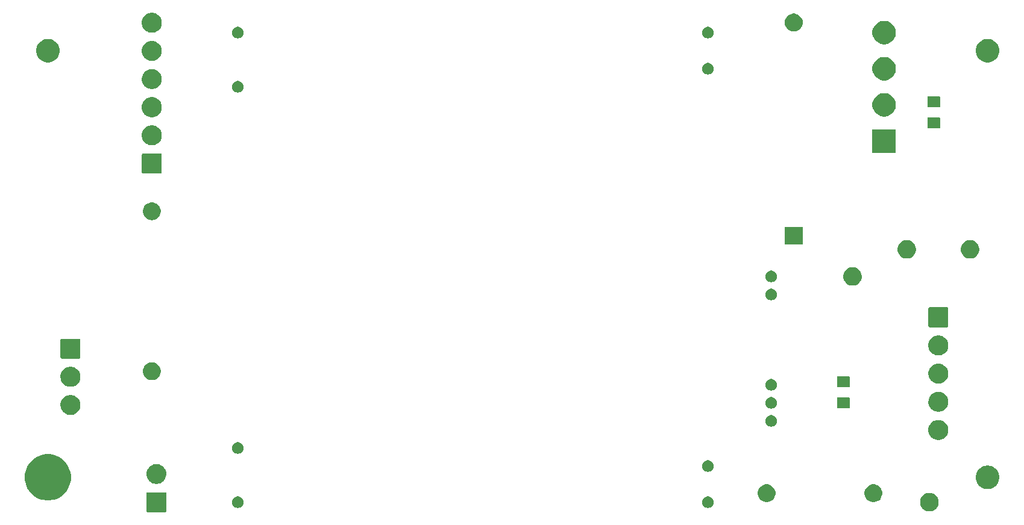
<source format=gbr>
G04 #@! TF.GenerationSoftware,KiCad,Pcbnew,(5.0.2)-1*
G04 #@! TF.CreationDate,2019-05-12T21:22:09-05:00*
G04 #@! TF.ProjectId,C64-Power-Supply,4336342d-506f-4776-9572-2d537570706c,0.1*
G04 #@! TF.SameCoordinates,Original*
G04 #@! TF.FileFunction,Soldermask,Top*
G04 #@! TF.FilePolarity,Negative*
%FSLAX46Y46*%
G04 Gerber Fmt 4.6, Leading zero omitted, Abs format (unit mm)*
G04 Created by KiCad (PCBNEW (5.0.2)-1) date 5/12/2019 9:22:09 PM*
%MOMM*%
%LPD*%
G01*
G04 APERTURE LIST*
%ADD10C,0.100000*%
G04 APERTURE END LIST*
D10*
G36*
X96524032Y-120522621D02*
X96553487Y-120531556D01*
X96580624Y-120546062D01*
X96604414Y-120565586D01*
X96623938Y-120589376D01*
X96638444Y-120616513D01*
X96647379Y-120645968D01*
X96651000Y-120682733D01*
X96651000Y-123157267D01*
X96647379Y-123194032D01*
X96638444Y-123223487D01*
X96623938Y-123250624D01*
X96604414Y-123274414D01*
X96580624Y-123293938D01*
X96553487Y-123308444D01*
X96524032Y-123317379D01*
X96487267Y-123321000D01*
X94012733Y-123321000D01*
X93975968Y-123317379D01*
X93946513Y-123308444D01*
X93919376Y-123293938D01*
X93895586Y-123274414D01*
X93876062Y-123250624D01*
X93861556Y-123223487D01*
X93852621Y-123194032D01*
X93849000Y-123157267D01*
X93849000Y-120682733D01*
X93852621Y-120645968D01*
X93861556Y-120616513D01*
X93876062Y-120589376D01*
X93895586Y-120565586D01*
X93919376Y-120546062D01*
X93946513Y-120531556D01*
X93975968Y-120522621D01*
X94012733Y-120519000D01*
X96487267Y-120519000D01*
X96524032Y-120522621D01*
X96524032Y-120522621D01*
G37*
G36*
X204214485Y-120668996D02*
X204214487Y-120668997D01*
X204214488Y-120668997D01*
X204451255Y-120767069D01*
X204664342Y-120909449D01*
X204845551Y-121090658D01*
X204845553Y-121090661D01*
X204987931Y-121303745D01*
X205083678Y-121534898D01*
X205086004Y-121540515D01*
X205136000Y-121791861D01*
X205136000Y-122048139D01*
X205114318Y-122157143D01*
X205086003Y-122299488D01*
X205028523Y-122438257D01*
X204987931Y-122536255D01*
X204845551Y-122749342D01*
X204664342Y-122930551D01*
X204664339Y-122930553D01*
X204451255Y-123072931D01*
X204214488Y-123171003D01*
X204214487Y-123171003D01*
X204214485Y-123171004D01*
X203963139Y-123221000D01*
X203706861Y-123221000D01*
X203455515Y-123171004D01*
X203455513Y-123171003D01*
X203455512Y-123171003D01*
X203218745Y-123072931D01*
X203005661Y-122930553D01*
X203005658Y-122930551D01*
X202824449Y-122749342D01*
X202682069Y-122536255D01*
X202641477Y-122438257D01*
X202583997Y-122299488D01*
X202555683Y-122157143D01*
X202534000Y-122048139D01*
X202534000Y-121791861D01*
X202583996Y-121540515D01*
X202586323Y-121534898D01*
X202682069Y-121303745D01*
X202824447Y-121090661D01*
X202824449Y-121090658D01*
X203005658Y-120909449D01*
X203218745Y-120767069D01*
X203455512Y-120668997D01*
X203455513Y-120668997D01*
X203455515Y-120668996D01*
X203706861Y-120619000D01*
X203963139Y-120619000D01*
X204214485Y-120668996D01*
X204214485Y-120668996D01*
G37*
G36*
X106917142Y-121138242D02*
X107065102Y-121199530D01*
X107129517Y-121242571D01*
X107198257Y-121288501D01*
X107311499Y-121401743D01*
X107400471Y-121534900D01*
X107402797Y-121540515D01*
X107461758Y-121682858D01*
X107493000Y-121839925D01*
X107493000Y-122000075D01*
X107461758Y-122157142D01*
X107414354Y-122271583D01*
X107402796Y-122299488D01*
X107400470Y-122305102D01*
X107311498Y-122438258D01*
X107198258Y-122551498D01*
X107065102Y-122640470D01*
X106917142Y-122701758D01*
X106760075Y-122733000D01*
X106599925Y-122733000D01*
X106442858Y-122701758D01*
X106294898Y-122640470D01*
X106161742Y-122551498D01*
X106048502Y-122438258D01*
X105959530Y-122305102D01*
X105957205Y-122299488D01*
X105945646Y-122271583D01*
X105898242Y-122157142D01*
X105867000Y-122000075D01*
X105867000Y-121839925D01*
X105898242Y-121682858D01*
X105957203Y-121540515D01*
X105959529Y-121534900D01*
X106048501Y-121401743D01*
X106161743Y-121288501D01*
X106230483Y-121242571D01*
X106294898Y-121199530D01*
X106442858Y-121138242D01*
X106599925Y-121107000D01*
X106760075Y-121107000D01*
X106917142Y-121138242D01*
X106917142Y-121138242D01*
G37*
G36*
X172957142Y-121138242D02*
X173105102Y-121199530D01*
X173169517Y-121242571D01*
X173238257Y-121288501D01*
X173351499Y-121401743D01*
X173440471Y-121534900D01*
X173442797Y-121540515D01*
X173501758Y-121682858D01*
X173533000Y-121839925D01*
X173533000Y-122000075D01*
X173501758Y-122157142D01*
X173454354Y-122271583D01*
X173442796Y-122299488D01*
X173440470Y-122305102D01*
X173351498Y-122438258D01*
X173238258Y-122551498D01*
X173105102Y-122640470D01*
X172957142Y-122701758D01*
X172800075Y-122733000D01*
X172639925Y-122733000D01*
X172482858Y-122701758D01*
X172334898Y-122640470D01*
X172201742Y-122551498D01*
X172088502Y-122438258D01*
X171999530Y-122305102D01*
X171997205Y-122299488D01*
X171985646Y-122271583D01*
X171938242Y-122157142D01*
X171907000Y-122000075D01*
X171907000Y-121839925D01*
X171938242Y-121682858D01*
X171997203Y-121540515D01*
X171999529Y-121534900D01*
X172088501Y-121401743D01*
X172201743Y-121288501D01*
X172270483Y-121242571D01*
X172334898Y-121199530D01*
X172482858Y-121138242D01*
X172639925Y-121107000D01*
X172800075Y-121107000D01*
X172957142Y-121138242D01*
X172957142Y-121138242D01*
G37*
G36*
X181158636Y-119411019D02*
X181339903Y-119447075D01*
X181567571Y-119541378D01*
X181771542Y-119677668D01*
X181772469Y-119678287D01*
X181946713Y-119852531D01*
X181946715Y-119852534D01*
X182083622Y-120057429D01*
X182177925Y-120285097D01*
X182213981Y-120466364D01*
X182225172Y-120522621D01*
X182226000Y-120526787D01*
X182226000Y-120773213D01*
X182177925Y-121014903D01*
X182083622Y-121242571D01*
X181977267Y-121401742D01*
X181946713Y-121447469D01*
X181772469Y-121621713D01*
X181772466Y-121621715D01*
X181567571Y-121758622D01*
X181339903Y-121852925D01*
X181158636Y-121888981D01*
X181098214Y-121901000D01*
X180851786Y-121901000D01*
X180791364Y-121888981D01*
X180610097Y-121852925D01*
X180382429Y-121758622D01*
X180177534Y-121621715D01*
X180177531Y-121621713D01*
X180003287Y-121447469D01*
X179972733Y-121401742D01*
X179866378Y-121242571D01*
X179772075Y-121014903D01*
X179724000Y-120773213D01*
X179724000Y-120526787D01*
X179724829Y-120522621D01*
X179736019Y-120466364D01*
X179772075Y-120285097D01*
X179866378Y-120057429D01*
X180003285Y-119852534D01*
X180003287Y-119852531D01*
X180177531Y-119678287D01*
X180178458Y-119677668D01*
X180382429Y-119541378D01*
X180610097Y-119447075D01*
X180791364Y-119411019D01*
X180851786Y-119399000D01*
X181098214Y-119399000D01*
X181158636Y-119411019D01*
X181158636Y-119411019D01*
G37*
G36*
X196158636Y-119411019D02*
X196339903Y-119447075D01*
X196567571Y-119541378D01*
X196771542Y-119677668D01*
X196772469Y-119678287D01*
X196946713Y-119852531D01*
X196946715Y-119852534D01*
X197083622Y-120057429D01*
X197177925Y-120285097D01*
X197213981Y-120466364D01*
X197225172Y-120522621D01*
X197226000Y-120526787D01*
X197226000Y-120773213D01*
X197177925Y-121014903D01*
X197083622Y-121242571D01*
X196977267Y-121401742D01*
X196946713Y-121447469D01*
X196772469Y-121621713D01*
X196772466Y-121621715D01*
X196567571Y-121758622D01*
X196339903Y-121852925D01*
X196158636Y-121888981D01*
X196098214Y-121901000D01*
X195851786Y-121901000D01*
X195791364Y-121888981D01*
X195610097Y-121852925D01*
X195382429Y-121758622D01*
X195177534Y-121621715D01*
X195177531Y-121621713D01*
X195003287Y-121447469D01*
X194972733Y-121401742D01*
X194866378Y-121242571D01*
X194772075Y-121014903D01*
X194724000Y-120773213D01*
X194724000Y-120526787D01*
X194724829Y-120522621D01*
X194736019Y-120466364D01*
X194772075Y-120285097D01*
X194866378Y-120057429D01*
X195003285Y-119852534D01*
X195003287Y-119852531D01*
X195177531Y-119678287D01*
X195178458Y-119677668D01*
X195382429Y-119541378D01*
X195610097Y-119447075D01*
X195791364Y-119411019D01*
X195851786Y-119399000D01*
X196098214Y-119399000D01*
X196158636Y-119411019D01*
X196158636Y-119411019D01*
G37*
G36*
X80644239Y-115231467D02*
X80958282Y-115293934D01*
X81549926Y-115539001D01*
X82078802Y-115892385D01*
X82082395Y-115894786D01*
X82535214Y-116347605D01*
X82535216Y-116347608D01*
X82890999Y-116880074D01*
X83136066Y-117471718D01*
X83172125Y-117653000D01*
X83260639Y-118097986D01*
X83261000Y-118099804D01*
X83261000Y-118740196D01*
X83136066Y-119368282D01*
X82890999Y-119959926D01*
X82673726Y-120285097D01*
X82535214Y-120492395D01*
X82082395Y-120945214D01*
X82082392Y-120945216D01*
X81549926Y-121300999D01*
X80958282Y-121546066D01*
X80644239Y-121608533D01*
X80330197Y-121671000D01*
X79689803Y-121671000D01*
X79375761Y-121608533D01*
X79061718Y-121546066D01*
X78470074Y-121300999D01*
X77937608Y-120945216D01*
X77937605Y-120945214D01*
X77484786Y-120492395D01*
X77346274Y-120285097D01*
X77129001Y-119959926D01*
X76883934Y-119368282D01*
X76759000Y-118740196D01*
X76759000Y-118099804D01*
X76759362Y-118097986D01*
X76847875Y-117653000D01*
X76883934Y-117471718D01*
X77129001Y-116880074D01*
X77484784Y-116347608D01*
X77484786Y-116347605D01*
X77937605Y-115894786D01*
X77941198Y-115892385D01*
X78470074Y-115539001D01*
X79061718Y-115293934D01*
X79375761Y-115231467D01*
X79689803Y-115169000D01*
X80330197Y-115169000D01*
X80644239Y-115231467D01*
X80644239Y-115231467D01*
G37*
G36*
X212385256Y-116811298D02*
X212491579Y-116832447D01*
X212792042Y-116956903D01*
X212971992Y-117077142D01*
X213062454Y-117137587D01*
X213292413Y-117367546D01*
X213292415Y-117367549D01*
X213473097Y-117637958D01*
X213549336Y-117822014D01*
X213597553Y-117938422D01*
X213661000Y-118257389D01*
X213661000Y-118582611D01*
X213597553Y-118901578D01*
X213473301Y-119201551D01*
X213473097Y-119202042D01*
X213309371Y-119447075D01*
X213292413Y-119472454D01*
X213062454Y-119702413D01*
X213062451Y-119702415D01*
X212792042Y-119883097D01*
X212491579Y-120007553D01*
X212385256Y-120028702D01*
X212172611Y-120071000D01*
X211847389Y-120071000D01*
X211634744Y-120028702D01*
X211528421Y-120007553D01*
X211227958Y-119883097D01*
X210957549Y-119702415D01*
X210957546Y-119702413D01*
X210727587Y-119472454D01*
X210710629Y-119447075D01*
X210546903Y-119202042D01*
X210546700Y-119201551D01*
X210422447Y-118901578D01*
X210359000Y-118582611D01*
X210359000Y-118257389D01*
X210422447Y-117938422D01*
X210470665Y-117822014D01*
X210546903Y-117637958D01*
X210727585Y-117367549D01*
X210727587Y-117367546D01*
X210957546Y-117137587D01*
X211048008Y-117077142D01*
X211227958Y-116956903D01*
X211528421Y-116832447D01*
X211634744Y-116811298D01*
X211847389Y-116769000D01*
X212172611Y-116769000D01*
X212385256Y-116811298D01*
X212385256Y-116811298D01*
G37*
G36*
X95568433Y-116594893D02*
X95658657Y-116612839D01*
X95764267Y-116656585D01*
X95913621Y-116718449D01*
X96143089Y-116871774D01*
X96338226Y-117066911D01*
X96491551Y-117296379D01*
X96553415Y-117445733D01*
X96597161Y-117551343D01*
X96611167Y-117621757D01*
X96651000Y-117822012D01*
X96651000Y-118097988D01*
X96597161Y-118368656D01*
X96491551Y-118623621D01*
X96338226Y-118853089D01*
X96143089Y-119048226D01*
X95913621Y-119201551D01*
X95764267Y-119263415D01*
X95658657Y-119307161D01*
X95568433Y-119325107D01*
X95387988Y-119361000D01*
X95112012Y-119361000D01*
X94931567Y-119325107D01*
X94841343Y-119307161D01*
X94735733Y-119263415D01*
X94586379Y-119201551D01*
X94356911Y-119048226D01*
X94161774Y-118853089D01*
X94008449Y-118623621D01*
X93902839Y-118368656D01*
X93849000Y-118097988D01*
X93849000Y-117822012D01*
X93888833Y-117621757D01*
X93902839Y-117551343D01*
X93946585Y-117445733D01*
X94008449Y-117296379D01*
X94161774Y-117066911D01*
X94356911Y-116871774D01*
X94586379Y-116718449D01*
X94735733Y-116656585D01*
X94841343Y-116612839D01*
X94931567Y-116594893D01*
X95112012Y-116559000D01*
X95387988Y-116559000D01*
X95568433Y-116594893D01*
X95568433Y-116594893D01*
G37*
G36*
X172957142Y-116058242D02*
X173105102Y-116119530D01*
X173238258Y-116208502D01*
X173351498Y-116321742D01*
X173440470Y-116454898D01*
X173501758Y-116602858D01*
X173533000Y-116759925D01*
X173533000Y-116920075D01*
X173501758Y-117077142D01*
X173476721Y-117137585D01*
X173440471Y-117225100D01*
X173351499Y-117358257D01*
X173238257Y-117471499D01*
X173172130Y-117515683D01*
X173105102Y-117560470D01*
X172957142Y-117621758D01*
X172800075Y-117653000D01*
X172639925Y-117653000D01*
X172482858Y-117621758D01*
X172334898Y-117560470D01*
X172267870Y-117515683D01*
X172201743Y-117471499D01*
X172088501Y-117358257D01*
X171999529Y-117225100D01*
X171963279Y-117137585D01*
X171938242Y-117077142D01*
X171907000Y-116920075D01*
X171907000Y-116759925D01*
X171938242Y-116602858D01*
X171999530Y-116454898D01*
X172088502Y-116321742D01*
X172201742Y-116208502D01*
X172334898Y-116119530D01*
X172482858Y-116058242D01*
X172639925Y-116027000D01*
X172800075Y-116027000D01*
X172957142Y-116058242D01*
X172957142Y-116058242D01*
G37*
G36*
X106917142Y-113518242D02*
X107065102Y-113579530D01*
X107198258Y-113668502D01*
X107311498Y-113781742D01*
X107400470Y-113914898D01*
X107461758Y-114062858D01*
X107493000Y-114219925D01*
X107493000Y-114380075D01*
X107461758Y-114537142D01*
X107400470Y-114685102D01*
X107311498Y-114818258D01*
X107198258Y-114931498D01*
X107065102Y-115020470D01*
X106917142Y-115081758D01*
X106760075Y-115113000D01*
X106599925Y-115113000D01*
X106442858Y-115081758D01*
X106294898Y-115020470D01*
X106161742Y-114931498D01*
X106048502Y-114818258D01*
X105959530Y-114685102D01*
X105898242Y-114537142D01*
X105867000Y-114380075D01*
X105867000Y-114219925D01*
X105898242Y-114062858D01*
X105959530Y-113914898D01*
X106048502Y-113781742D01*
X106161742Y-113668502D01*
X106294898Y-113579530D01*
X106442858Y-113518242D01*
X106599925Y-113487000D01*
X106760075Y-113487000D01*
X106917142Y-113518242D01*
X106917142Y-113518242D01*
G37*
G36*
X205423433Y-110394893D02*
X205513657Y-110412839D01*
X205619267Y-110456585D01*
X205768621Y-110518449D01*
X205998089Y-110671774D01*
X206193226Y-110866911D01*
X206346551Y-111096379D01*
X206452161Y-111351344D01*
X206506000Y-111622012D01*
X206506000Y-111897988D01*
X206452161Y-112168656D01*
X206346551Y-112423621D01*
X206193226Y-112653089D01*
X205998089Y-112848226D01*
X205768621Y-113001551D01*
X205619267Y-113063415D01*
X205513657Y-113107161D01*
X205423433Y-113125107D01*
X205242988Y-113161000D01*
X204967012Y-113161000D01*
X204786567Y-113125107D01*
X204696343Y-113107161D01*
X204590733Y-113063415D01*
X204441379Y-113001551D01*
X204211911Y-112848226D01*
X204016774Y-112653089D01*
X203863449Y-112423621D01*
X203757839Y-112168656D01*
X203704000Y-111897988D01*
X203704000Y-111622012D01*
X203757839Y-111351344D01*
X203863449Y-111096379D01*
X204016774Y-110866911D01*
X204211911Y-110671774D01*
X204441379Y-110518449D01*
X204590733Y-110456585D01*
X204696343Y-110412839D01*
X204786567Y-110394893D01*
X204967012Y-110359000D01*
X205242988Y-110359000D01*
X205423433Y-110394893D01*
X205423433Y-110394893D01*
G37*
G36*
X181847142Y-109708242D02*
X181995102Y-109769530D01*
X182128258Y-109858502D01*
X182241498Y-109971742D01*
X182330470Y-110104898D01*
X182391758Y-110252858D01*
X182423000Y-110409925D01*
X182423000Y-110570075D01*
X182391758Y-110727142D01*
X182330470Y-110875102D01*
X182241498Y-111008258D01*
X182128258Y-111121498D01*
X181995102Y-111210470D01*
X181847142Y-111271758D01*
X181690075Y-111303000D01*
X181529925Y-111303000D01*
X181372858Y-111271758D01*
X181224898Y-111210470D01*
X181091742Y-111121498D01*
X180978502Y-111008258D01*
X180889530Y-110875102D01*
X180828242Y-110727142D01*
X180797000Y-110570075D01*
X180797000Y-110409925D01*
X180828242Y-110252858D01*
X180889530Y-110104898D01*
X180978502Y-109971742D01*
X181091742Y-109858502D01*
X181224898Y-109769530D01*
X181372858Y-109708242D01*
X181529925Y-109677000D01*
X181690075Y-109677000D01*
X181847142Y-109708242D01*
X181847142Y-109708242D01*
G37*
G36*
X83503433Y-106884893D02*
X83593657Y-106902839D01*
X83699267Y-106946585D01*
X83848621Y-107008449D01*
X84078089Y-107161774D01*
X84273226Y-107356911D01*
X84426551Y-107586379D01*
X84532161Y-107841344D01*
X84586000Y-108112012D01*
X84586000Y-108387988D01*
X84570033Y-108468258D01*
X84532161Y-108658657D01*
X84517891Y-108693108D01*
X84426551Y-108913621D01*
X84273226Y-109143089D01*
X84078089Y-109338226D01*
X83848621Y-109491551D01*
X83699267Y-109553415D01*
X83593657Y-109597161D01*
X83503433Y-109615107D01*
X83322988Y-109651000D01*
X83047012Y-109651000D01*
X82866567Y-109615107D01*
X82776343Y-109597161D01*
X82670733Y-109553415D01*
X82521379Y-109491551D01*
X82291911Y-109338226D01*
X82096774Y-109143089D01*
X81943449Y-108913621D01*
X81852109Y-108693108D01*
X81837839Y-108658657D01*
X81799967Y-108468258D01*
X81784000Y-108387988D01*
X81784000Y-108112012D01*
X81837839Y-107841344D01*
X81943449Y-107586379D01*
X82096774Y-107356911D01*
X82291911Y-107161774D01*
X82521379Y-107008449D01*
X82670733Y-106946585D01*
X82776343Y-106902839D01*
X82866567Y-106884893D01*
X83047012Y-106849000D01*
X83322988Y-106849000D01*
X83503433Y-106884893D01*
X83503433Y-106884893D01*
G37*
G36*
X205423433Y-106434893D02*
X205513657Y-106452839D01*
X205619267Y-106496585D01*
X205768621Y-106558449D01*
X205998089Y-106711774D01*
X206193226Y-106906911D01*
X206346551Y-107136379D01*
X206385135Y-107229529D01*
X206437899Y-107356911D01*
X206452161Y-107391344D01*
X206490956Y-107586379D01*
X206506000Y-107662014D01*
X206506000Y-107937986D01*
X206456441Y-108187142D01*
X206452161Y-108208656D01*
X206346551Y-108463621D01*
X206193226Y-108693089D01*
X205998089Y-108888226D01*
X205768621Y-109041551D01*
X205619267Y-109103415D01*
X205513657Y-109147161D01*
X205423433Y-109165107D01*
X205242988Y-109201000D01*
X204967012Y-109201000D01*
X204786567Y-109165107D01*
X204696343Y-109147161D01*
X204590733Y-109103415D01*
X204441379Y-109041551D01*
X204211911Y-108888226D01*
X204016774Y-108693089D01*
X203863449Y-108463621D01*
X203757839Y-108208656D01*
X203753560Y-108187142D01*
X203704000Y-107937986D01*
X203704000Y-107662014D01*
X203719045Y-107586379D01*
X203757839Y-107391344D01*
X203772102Y-107356911D01*
X203824865Y-107229529D01*
X203863449Y-107136379D01*
X204016774Y-106906911D01*
X204211911Y-106711774D01*
X204441379Y-106558449D01*
X204590733Y-106496585D01*
X204696343Y-106452839D01*
X204786567Y-106434893D01*
X204967012Y-106399000D01*
X205242988Y-106399000D01*
X205423433Y-106434893D01*
X205423433Y-106434893D01*
G37*
G36*
X181847142Y-107168242D02*
X181995102Y-107229530D01*
X182013206Y-107241627D01*
X182128257Y-107318501D01*
X182241499Y-107431743D01*
X182330471Y-107564900D01*
X182339368Y-107586379D01*
X182391758Y-107712858D01*
X182423000Y-107869925D01*
X182423000Y-108030075D01*
X182391758Y-108187142D01*
X182382846Y-108208656D01*
X182330471Y-108335100D01*
X182241499Y-108468257D01*
X182128257Y-108581499D01*
X182062130Y-108625683D01*
X181995102Y-108670470D01*
X181847142Y-108731758D01*
X181690075Y-108763000D01*
X181529925Y-108763000D01*
X181372858Y-108731758D01*
X181224898Y-108670470D01*
X181157870Y-108625683D01*
X181091743Y-108581499D01*
X180978501Y-108468257D01*
X180889529Y-108335100D01*
X180837154Y-108208656D01*
X180828242Y-108187142D01*
X180797000Y-108030075D01*
X180797000Y-107869925D01*
X180828242Y-107712858D01*
X180880632Y-107586379D01*
X180889529Y-107564900D01*
X180978501Y-107431743D01*
X181091743Y-107318501D01*
X181206794Y-107241627D01*
X181224898Y-107229530D01*
X181372858Y-107168242D01*
X181529925Y-107137000D01*
X181690075Y-107137000D01*
X181847142Y-107168242D01*
X181847142Y-107168242D01*
G37*
G36*
X192545562Y-107190681D02*
X192580477Y-107201273D01*
X192612665Y-107218478D01*
X192640873Y-107241627D01*
X192664022Y-107269835D01*
X192681227Y-107302023D01*
X192691819Y-107336938D01*
X192696000Y-107379395D01*
X192696000Y-108520605D01*
X192691819Y-108563062D01*
X192681227Y-108597977D01*
X192664022Y-108630165D01*
X192640873Y-108658373D01*
X192612665Y-108681522D01*
X192580477Y-108698727D01*
X192545562Y-108709319D01*
X192503105Y-108713500D01*
X191036895Y-108713500D01*
X190994438Y-108709319D01*
X190959523Y-108698727D01*
X190927335Y-108681522D01*
X190899127Y-108658373D01*
X190875978Y-108630165D01*
X190858773Y-108597977D01*
X190848181Y-108563062D01*
X190844000Y-108520605D01*
X190844000Y-107379395D01*
X190848181Y-107336938D01*
X190858773Y-107302023D01*
X190875978Y-107269835D01*
X190899127Y-107241627D01*
X190927335Y-107218478D01*
X190959523Y-107201273D01*
X190994438Y-107190681D01*
X191036895Y-107186500D01*
X192503105Y-107186500D01*
X192545562Y-107190681D01*
X192545562Y-107190681D01*
G37*
G36*
X181847142Y-104628242D02*
X181995102Y-104689530D01*
X182022632Y-104707925D01*
X182094582Y-104756000D01*
X182128258Y-104778502D01*
X182241498Y-104891742D01*
X182330470Y-105024898D01*
X182391758Y-105172858D01*
X182423000Y-105329925D01*
X182423000Y-105490075D01*
X182391758Y-105647142D01*
X182330470Y-105795102D01*
X182241498Y-105928258D01*
X182128258Y-106041498D01*
X181995102Y-106130470D01*
X181847142Y-106191758D01*
X181690075Y-106223000D01*
X181529925Y-106223000D01*
X181372858Y-106191758D01*
X181224898Y-106130470D01*
X181091742Y-106041498D01*
X180978502Y-105928258D01*
X180889530Y-105795102D01*
X180828242Y-105647142D01*
X180797000Y-105490075D01*
X180797000Y-105329925D01*
X180828242Y-105172858D01*
X180889530Y-105024898D01*
X180978502Y-104891742D01*
X181091742Y-104778502D01*
X181125419Y-104756000D01*
X181197368Y-104707925D01*
X181224898Y-104689530D01*
X181372858Y-104628242D01*
X181529925Y-104597000D01*
X181690075Y-104597000D01*
X181847142Y-104628242D01*
X181847142Y-104628242D01*
G37*
G36*
X192545562Y-104215681D02*
X192580477Y-104226273D01*
X192612665Y-104243478D01*
X192640873Y-104266627D01*
X192664022Y-104294835D01*
X192681227Y-104327023D01*
X192691819Y-104361938D01*
X192696000Y-104404395D01*
X192696000Y-105545605D01*
X192691819Y-105588062D01*
X192681227Y-105622977D01*
X192664022Y-105655165D01*
X192640873Y-105683373D01*
X192612665Y-105706522D01*
X192580477Y-105723727D01*
X192545562Y-105734319D01*
X192503105Y-105738500D01*
X191036895Y-105738500D01*
X190994438Y-105734319D01*
X190959523Y-105723727D01*
X190927335Y-105706522D01*
X190899127Y-105683373D01*
X190875978Y-105655165D01*
X190858773Y-105622977D01*
X190848181Y-105588062D01*
X190844000Y-105545605D01*
X190844000Y-104404395D01*
X190848181Y-104361938D01*
X190858773Y-104327023D01*
X190875978Y-104294835D01*
X190899127Y-104266627D01*
X190927335Y-104243478D01*
X190959523Y-104226273D01*
X190994438Y-104215681D01*
X191036895Y-104211500D01*
X192503105Y-104211500D01*
X192545562Y-104215681D01*
X192545562Y-104215681D01*
G37*
G36*
X83503433Y-102924893D02*
X83593657Y-102942839D01*
X83699267Y-102986585D01*
X83848621Y-103048449D01*
X84078089Y-103201774D01*
X84273226Y-103396911D01*
X84426551Y-103626379D01*
X84532161Y-103881344D01*
X84586000Y-104152012D01*
X84586000Y-104427988D01*
X84552382Y-104597000D01*
X84532161Y-104698657D01*
X84499088Y-104778501D01*
X84426551Y-104953621D01*
X84273226Y-105183089D01*
X84078089Y-105378226D01*
X83848621Y-105531551D01*
X83712191Y-105588062D01*
X83593657Y-105637161D01*
X83543478Y-105647142D01*
X83322988Y-105691000D01*
X83047012Y-105691000D01*
X82826522Y-105647142D01*
X82776343Y-105637161D01*
X82657809Y-105588062D01*
X82521379Y-105531551D01*
X82291911Y-105378226D01*
X82096774Y-105183089D01*
X81943449Y-104953621D01*
X81870912Y-104778501D01*
X81837839Y-104698657D01*
X81817618Y-104597000D01*
X81784000Y-104427988D01*
X81784000Y-104152012D01*
X81837839Y-103881344D01*
X81943449Y-103626379D01*
X82096774Y-103396911D01*
X82291911Y-103201774D01*
X82521379Y-103048449D01*
X82670733Y-102986585D01*
X82776343Y-102942839D01*
X82866567Y-102924893D01*
X83047012Y-102889000D01*
X83322988Y-102889000D01*
X83503433Y-102924893D01*
X83503433Y-102924893D01*
G37*
G36*
X205423433Y-102474893D02*
X205513657Y-102492839D01*
X205611301Y-102533285D01*
X205768621Y-102598449D01*
X205998089Y-102751774D01*
X206193226Y-102946911D01*
X206346551Y-103176379D01*
X206408415Y-103325733D01*
X206437899Y-103396911D01*
X206452161Y-103431344D01*
X206506000Y-103702012D01*
X206506000Y-103977988D01*
X206471385Y-104152012D01*
X206452161Y-104248657D01*
X206435050Y-104289965D01*
X206346551Y-104503621D01*
X206193226Y-104733089D01*
X205998089Y-104928226D01*
X205768621Y-105081551D01*
X205619267Y-105143415D01*
X205513657Y-105187161D01*
X205423433Y-105205107D01*
X205242988Y-105241000D01*
X204967012Y-105241000D01*
X204786567Y-105205107D01*
X204696343Y-105187161D01*
X204590733Y-105143415D01*
X204441379Y-105081551D01*
X204211911Y-104928226D01*
X204016774Y-104733089D01*
X203863449Y-104503621D01*
X203774950Y-104289965D01*
X203757839Y-104248657D01*
X203738615Y-104152012D01*
X203704000Y-103977988D01*
X203704000Y-103702012D01*
X203757839Y-103431344D01*
X203772102Y-103396911D01*
X203801585Y-103325733D01*
X203863449Y-103176379D01*
X204016774Y-102946911D01*
X204211911Y-102751774D01*
X204441379Y-102598449D01*
X204598699Y-102533285D01*
X204696343Y-102492839D01*
X204786567Y-102474893D01*
X204967012Y-102439000D01*
X205242988Y-102439000D01*
X205423433Y-102474893D01*
X205423433Y-102474893D01*
G37*
G36*
X94798635Y-102266019D02*
X94979903Y-102302075D01*
X95207571Y-102396378D01*
X95411542Y-102532668D01*
X95412469Y-102533287D01*
X95586713Y-102707531D01*
X95586715Y-102707534D01*
X95723622Y-102912429D01*
X95817925Y-103140097D01*
X95866000Y-103381787D01*
X95866000Y-103628213D01*
X95817925Y-103869903D01*
X95723622Y-104097571D01*
X95622670Y-104248656D01*
X95586713Y-104302469D01*
X95412469Y-104476713D01*
X95412466Y-104476715D01*
X95207571Y-104613622D01*
X94979903Y-104707925D01*
X94798636Y-104743981D01*
X94738214Y-104756000D01*
X94491786Y-104756000D01*
X94431365Y-104743981D01*
X94250097Y-104707925D01*
X94022429Y-104613622D01*
X93817534Y-104476715D01*
X93817531Y-104476713D01*
X93643287Y-104302469D01*
X93607330Y-104248656D01*
X93506378Y-104097571D01*
X93412075Y-103869903D01*
X93364000Y-103628213D01*
X93364000Y-103381787D01*
X93412075Y-103140097D01*
X93506378Y-102912429D01*
X93643285Y-102707534D01*
X93643287Y-102707531D01*
X93817531Y-102533287D01*
X93818458Y-102532668D01*
X94022429Y-102396378D01*
X94250097Y-102302075D01*
X94431364Y-102266019D01*
X94491786Y-102254000D01*
X94738214Y-102254000D01*
X94798635Y-102266019D01*
X94798635Y-102266019D01*
G37*
G36*
X84459032Y-98932621D02*
X84488487Y-98941556D01*
X84515624Y-98956062D01*
X84539414Y-98975586D01*
X84558938Y-98999376D01*
X84573444Y-99026513D01*
X84582379Y-99055968D01*
X84586000Y-99092733D01*
X84586000Y-101567267D01*
X84582379Y-101604032D01*
X84573444Y-101633487D01*
X84558938Y-101660624D01*
X84539414Y-101684414D01*
X84515624Y-101703938D01*
X84488487Y-101718444D01*
X84459032Y-101727379D01*
X84422267Y-101731000D01*
X81947733Y-101731000D01*
X81910968Y-101727379D01*
X81881513Y-101718444D01*
X81854376Y-101703938D01*
X81830586Y-101684414D01*
X81811062Y-101660624D01*
X81796556Y-101633487D01*
X81787621Y-101604032D01*
X81784000Y-101567267D01*
X81784000Y-99092733D01*
X81787621Y-99055968D01*
X81796556Y-99026513D01*
X81811062Y-98999376D01*
X81830586Y-98975586D01*
X81854376Y-98956062D01*
X81881513Y-98941556D01*
X81910968Y-98932621D01*
X81947733Y-98929000D01*
X84422267Y-98929000D01*
X84459032Y-98932621D01*
X84459032Y-98932621D01*
G37*
G36*
X205423433Y-98514893D02*
X205513657Y-98532839D01*
X205619267Y-98576585D01*
X205768621Y-98638449D01*
X205998089Y-98791774D01*
X206193226Y-98986911D01*
X206346551Y-99216379D01*
X206452161Y-99471344D01*
X206506000Y-99742012D01*
X206506000Y-100017988D01*
X206452161Y-100288656D01*
X206346551Y-100543621D01*
X206193226Y-100773089D01*
X205998089Y-100968226D01*
X205768621Y-101121551D01*
X205619267Y-101183415D01*
X205513657Y-101227161D01*
X205423433Y-101245107D01*
X205242988Y-101281000D01*
X204967012Y-101281000D01*
X204786567Y-101245107D01*
X204696343Y-101227161D01*
X204590733Y-101183415D01*
X204441379Y-101121551D01*
X204211911Y-100968226D01*
X204016774Y-100773089D01*
X203863449Y-100543621D01*
X203757839Y-100288656D01*
X203704000Y-100017988D01*
X203704000Y-99742012D01*
X203757839Y-99471344D01*
X203863449Y-99216379D01*
X204016774Y-98986911D01*
X204211911Y-98791774D01*
X204441379Y-98638449D01*
X204590733Y-98576585D01*
X204696343Y-98532839D01*
X204786567Y-98514893D01*
X204967012Y-98479000D01*
X205242988Y-98479000D01*
X205423433Y-98514893D01*
X205423433Y-98514893D01*
G37*
G36*
X206379032Y-94522621D02*
X206408487Y-94531556D01*
X206435624Y-94546062D01*
X206459414Y-94565586D01*
X206478938Y-94589376D01*
X206493444Y-94616513D01*
X206502379Y-94645968D01*
X206506000Y-94682733D01*
X206506000Y-97157267D01*
X206502379Y-97194032D01*
X206493444Y-97223487D01*
X206478938Y-97250624D01*
X206459414Y-97274414D01*
X206435624Y-97293938D01*
X206408487Y-97308444D01*
X206379032Y-97317379D01*
X206342267Y-97321000D01*
X203867733Y-97321000D01*
X203830968Y-97317379D01*
X203801513Y-97308444D01*
X203774376Y-97293938D01*
X203750586Y-97274414D01*
X203731062Y-97250624D01*
X203716556Y-97223487D01*
X203707621Y-97194032D01*
X203704000Y-97157267D01*
X203704000Y-94682733D01*
X203707621Y-94645968D01*
X203716556Y-94616513D01*
X203731062Y-94589376D01*
X203750586Y-94565586D01*
X203774376Y-94546062D01*
X203801513Y-94531556D01*
X203830968Y-94522621D01*
X203867733Y-94519000D01*
X206342267Y-94519000D01*
X206379032Y-94522621D01*
X206379032Y-94522621D01*
G37*
G36*
X181847142Y-91928242D02*
X181995102Y-91989530D01*
X182128258Y-92078502D01*
X182241498Y-92191742D01*
X182330470Y-92324898D01*
X182391758Y-92472858D01*
X182423000Y-92629925D01*
X182423000Y-92790075D01*
X182391758Y-92947142D01*
X182330470Y-93095102D01*
X182241498Y-93228258D01*
X182128258Y-93341498D01*
X181995102Y-93430470D01*
X181847142Y-93491758D01*
X181690075Y-93523000D01*
X181529925Y-93523000D01*
X181372858Y-93491758D01*
X181224898Y-93430470D01*
X181091742Y-93341498D01*
X180978502Y-93228258D01*
X180889530Y-93095102D01*
X180828242Y-92947142D01*
X180797000Y-92790075D01*
X180797000Y-92629925D01*
X180828242Y-92472858D01*
X180889530Y-92324898D01*
X180978502Y-92191742D01*
X181091742Y-92078502D01*
X181224898Y-91989530D01*
X181372858Y-91928242D01*
X181529925Y-91897000D01*
X181690075Y-91897000D01*
X181847142Y-91928242D01*
X181847142Y-91928242D01*
G37*
G36*
X193419485Y-88918996D02*
X193419487Y-88918997D01*
X193419488Y-88918997D01*
X193656255Y-89017069D01*
X193869342Y-89159449D01*
X194050551Y-89340658D01*
X194050553Y-89340661D01*
X194192931Y-89553745D01*
X194288678Y-89784898D01*
X194291004Y-89790515D01*
X194341000Y-90041861D01*
X194341000Y-90298139D01*
X194319318Y-90407143D01*
X194291003Y-90549488D01*
X194233523Y-90688257D01*
X194192931Y-90786255D01*
X194050551Y-90999342D01*
X193869342Y-91180551D01*
X193869339Y-91180553D01*
X193656255Y-91322931D01*
X193419488Y-91421003D01*
X193419487Y-91421003D01*
X193419485Y-91421004D01*
X193168139Y-91471000D01*
X192911861Y-91471000D01*
X192660515Y-91421004D01*
X192660513Y-91421003D01*
X192660512Y-91421003D01*
X192423745Y-91322931D01*
X192210661Y-91180553D01*
X192210658Y-91180551D01*
X192029449Y-90999342D01*
X191887069Y-90786255D01*
X191846477Y-90688257D01*
X191788997Y-90549488D01*
X191760683Y-90407143D01*
X191739000Y-90298139D01*
X191739000Y-90041861D01*
X191788996Y-89790515D01*
X191791323Y-89784898D01*
X191887069Y-89553745D01*
X192029447Y-89340661D01*
X192029449Y-89340658D01*
X192210658Y-89159449D01*
X192423745Y-89017069D01*
X192660512Y-88918997D01*
X192660513Y-88918997D01*
X192660515Y-88918996D01*
X192911861Y-88869000D01*
X193168139Y-88869000D01*
X193419485Y-88918996D01*
X193419485Y-88918996D01*
G37*
G36*
X181847142Y-89388242D02*
X181995102Y-89449530D01*
X182062130Y-89494317D01*
X182128257Y-89538501D01*
X182241499Y-89651743D01*
X182330471Y-89784900D01*
X182332797Y-89790515D01*
X182391758Y-89932858D01*
X182423000Y-90089925D01*
X182423000Y-90250075D01*
X182391758Y-90407142D01*
X182344354Y-90521583D01*
X182332796Y-90549488D01*
X182330470Y-90555102D01*
X182241498Y-90688258D01*
X182128258Y-90801498D01*
X181995102Y-90890470D01*
X181847142Y-90951758D01*
X181690075Y-90983000D01*
X181529925Y-90983000D01*
X181372858Y-90951758D01*
X181224898Y-90890470D01*
X181091742Y-90801498D01*
X180978502Y-90688258D01*
X180889530Y-90555102D01*
X180887205Y-90549488D01*
X180875646Y-90521583D01*
X180828242Y-90407142D01*
X180797000Y-90250075D01*
X180797000Y-90089925D01*
X180828242Y-89932858D01*
X180887203Y-89790515D01*
X180889529Y-89784900D01*
X180978501Y-89651743D01*
X181091743Y-89538501D01*
X181157870Y-89494317D01*
X181224898Y-89449530D01*
X181372858Y-89388242D01*
X181529925Y-89357000D01*
X181690075Y-89357000D01*
X181847142Y-89388242D01*
X181847142Y-89388242D01*
G37*
G36*
X209929485Y-85108996D02*
X209929487Y-85108997D01*
X209929488Y-85108997D01*
X210166255Y-85207069D01*
X210379342Y-85349449D01*
X210560551Y-85530658D01*
X210702931Y-85743745D01*
X210801004Y-85980515D01*
X210851000Y-86231861D01*
X210851000Y-86488139D01*
X210801004Y-86739485D01*
X210702931Y-86976255D01*
X210560551Y-87189342D01*
X210379342Y-87370551D01*
X210379339Y-87370553D01*
X210166255Y-87512931D01*
X209929488Y-87611003D01*
X209929487Y-87611003D01*
X209929485Y-87611004D01*
X209678139Y-87661000D01*
X209421861Y-87661000D01*
X209170515Y-87611004D01*
X209170513Y-87611003D01*
X209170512Y-87611003D01*
X208933745Y-87512931D01*
X208720661Y-87370553D01*
X208720658Y-87370551D01*
X208539449Y-87189342D01*
X208397069Y-86976255D01*
X208298996Y-86739485D01*
X208249000Y-86488139D01*
X208249000Y-86231861D01*
X208298996Y-85980515D01*
X208397069Y-85743745D01*
X208539449Y-85530658D01*
X208720658Y-85349449D01*
X208933745Y-85207069D01*
X209170512Y-85108997D01*
X209170513Y-85108997D01*
X209170515Y-85108996D01*
X209421861Y-85059000D01*
X209678139Y-85059000D01*
X209929485Y-85108996D01*
X209929485Y-85108996D01*
G37*
G36*
X201039485Y-85108996D02*
X201039487Y-85108997D01*
X201039488Y-85108997D01*
X201276255Y-85207069D01*
X201489342Y-85349449D01*
X201670551Y-85530658D01*
X201812931Y-85743745D01*
X201911004Y-85980515D01*
X201961000Y-86231861D01*
X201961000Y-86488139D01*
X201911004Y-86739485D01*
X201812931Y-86976255D01*
X201670551Y-87189342D01*
X201489342Y-87370551D01*
X201489339Y-87370553D01*
X201276255Y-87512931D01*
X201039488Y-87611003D01*
X201039487Y-87611003D01*
X201039485Y-87611004D01*
X200788139Y-87661000D01*
X200531861Y-87661000D01*
X200280515Y-87611004D01*
X200280513Y-87611003D01*
X200280512Y-87611003D01*
X200043745Y-87512931D01*
X199830661Y-87370553D01*
X199830658Y-87370551D01*
X199649449Y-87189342D01*
X199507069Y-86976255D01*
X199408996Y-86739485D01*
X199359000Y-86488139D01*
X199359000Y-86231861D01*
X199408996Y-85980515D01*
X199507069Y-85743745D01*
X199649449Y-85530658D01*
X199830658Y-85349449D01*
X200043745Y-85207069D01*
X200280512Y-85108997D01*
X200280513Y-85108997D01*
X200280515Y-85108996D01*
X200531861Y-85059000D01*
X200788139Y-85059000D01*
X201039485Y-85108996D01*
X201039485Y-85108996D01*
G37*
G36*
X186036000Y-85706000D02*
X183534000Y-85706000D01*
X183534000Y-83204000D01*
X186036000Y-83204000D01*
X186036000Y-85706000D01*
X186036000Y-85706000D01*
G37*
G36*
X94798635Y-79766019D02*
X94979903Y-79802075D01*
X95207571Y-79896378D01*
X95411542Y-80032668D01*
X95412469Y-80033287D01*
X95586713Y-80207531D01*
X95586715Y-80207534D01*
X95723622Y-80412429D01*
X95817925Y-80640097D01*
X95866000Y-80881787D01*
X95866000Y-81128213D01*
X95817925Y-81369903D01*
X95723622Y-81597571D01*
X95587332Y-81801542D01*
X95586713Y-81802469D01*
X95412469Y-81976713D01*
X95412466Y-81976715D01*
X95207571Y-82113622D01*
X94979903Y-82207925D01*
X94798635Y-82243981D01*
X94738214Y-82256000D01*
X94491786Y-82256000D01*
X94431365Y-82243981D01*
X94250097Y-82207925D01*
X94022429Y-82113622D01*
X93817534Y-81976715D01*
X93817531Y-81976713D01*
X93643287Y-81802469D01*
X93642668Y-81801542D01*
X93506378Y-81597571D01*
X93412075Y-81369903D01*
X93364000Y-81128213D01*
X93364000Y-80881787D01*
X93412075Y-80640097D01*
X93506378Y-80412429D01*
X93643285Y-80207534D01*
X93643287Y-80207531D01*
X93817531Y-80033287D01*
X93818458Y-80032668D01*
X94022429Y-79896378D01*
X94250097Y-79802075D01*
X94431365Y-79766019D01*
X94491786Y-79754000D01*
X94738214Y-79754000D01*
X94798635Y-79766019D01*
X94798635Y-79766019D01*
G37*
G36*
X95889032Y-72897621D02*
X95918487Y-72906556D01*
X95945624Y-72921062D01*
X95969414Y-72940586D01*
X95988938Y-72964376D01*
X96003444Y-72991513D01*
X96012379Y-73020968D01*
X96016000Y-73057733D01*
X96016000Y-75532267D01*
X96012379Y-75569032D01*
X96003444Y-75598487D01*
X95988938Y-75625624D01*
X95969414Y-75649414D01*
X95945624Y-75668938D01*
X95918487Y-75683444D01*
X95889032Y-75692379D01*
X95852267Y-75696000D01*
X93377733Y-75696000D01*
X93340968Y-75692379D01*
X93311513Y-75683444D01*
X93284376Y-75668938D01*
X93260586Y-75649414D01*
X93241062Y-75625624D01*
X93226556Y-75598487D01*
X93217621Y-75569032D01*
X93214000Y-75532267D01*
X93214000Y-73057733D01*
X93217621Y-73020968D01*
X93226556Y-72991513D01*
X93241062Y-72964376D01*
X93260586Y-72940586D01*
X93284376Y-72921062D01*
X93311513Y-72906556D01*
X93340968Y-72897621D01*
X93377733Y-72894000D01*
X95852267Y-72894000D01*
X95889032Y-72897621D01*
X95889032Y-72897621D01*
G37*
G36*
X199136000Y-72771000D02*
X195834000Y-72771000D01*
X195834000Y-69469000D01*
X199136000Y-69469000D01*
X199136000Y-72771000D01*
X199136000Y-72771000D01*
G37*
G36*
X94933433Y-68969893D02*
X95023657Y-68987839D01*
X95129267Y-69031585D01*
X95278621Y-69093449D01*
X95508089Y-69246774D01*
X95703226Y-69441911D01*
X95856551Y-69671379D01*
X95962161Y-69926344D01*
X96016000Y-70197012D01*
X96016000Y-70472988D01*
X95962161Y-70743656D01*
X95856551Y-70998621D01*
X95703226Y-71228089D01*
X95508089Y-71423226D01*
X95278621Y-71576551D01*
X95129267Y-71638415D01*
X95023657Y-71682161D01*
X94933433Y-71700107D01*
X94752988Y-71736000D01*
X94477012Y-71736000D01*
X94296567Y-71700107D01*
X94206343Y-71682161D01*
X94100733Y-71638415D01*
X93951379Y-71576551D01*
X93721911Y-71423226D01*
X93526774Y-71228089D01*
X93373449Y-70998621D01*
X93267839Y-70743656D01*
X93214000Y-70472988D01*
X93214000Y-70197012D01*
X93267839Y-69926344D01*
X93373449Y-69671379D01*
X93526774Y-69441911D01*
X93721911Y-69246774D01*
X93951379Y-69093449D01*
X94100733Y-69031585D01*
X94206343Y-68987839D01*
X94296567Y-68969893D01*
X94477012Y-68934000D01*
X94752988Y-68934000D01*
X94933433Y-68969893D01*
X94933433Y-68969893D01*
G37*
G36*
X205245562Y-67820681D02*
X205280477Y-67831273D01*
X205312665Y-67848478D01*
X205340873Y-67871627D01*
X205364022Y-67899835D01*
X205381227Y-67932023D01*
X205391819Y-67966938D01*
X205396000Y-68009395D01*
X205396000Y-69150605D01*
X205391819Y-69193062D01*
X205381227Y-69227977D01*
X205364022Y-69260165D01*
X205340873Y-69288373D01*
X205312665Y-69311522D01*
X205280477Y-69328727D01*
X205245562Y-69339319D01*
X205203105Y-69343500D01*
X203736895Y-69343500D01*
X203694438Y-69339319D01*
X203659523Y-69328727D01*
X203627335Y-69311522D01*
X203599127Y-69288373D01*
X203575978Y-69260165D01*
X203558773Y-69227977D01*
X203548181Y-69193062D01*
X203544000Y-69150605D01*
X203544000Y-68009395D01*
X203548181Y-67966938D01*
X203558773Y-67932023D01*
X203575978Y-67899835D01*
X203599127Y-67871627D01*
X203627335Y-67848478D01*
X203659523Y-67831273D01*
X203694438Y-67820681D01*
X203736895Y-67816500D01*
X205203105Y-67816500D01*
X205245562Y-67820681D01*
X205245562Y-67820681D01*
G37*
G36*
X94918267Y-65006876D02*
X95023657Y-65027839D01*
X95039484Y-65034395D01*
X95278621Y-65133449D01*
X95508089Y-65286774D01*
X95703226Y-65481911D01*
X95856551Y-65711379D01*
X95918415Y-65860733D01*
X95925316Y-65877391D01*
X95962161Y-65966344D01*
X96016000Y-66237012D01*
X96016000Y-66512988D01*
X95962161Y-66783656D01*
X95856551Y-67038621D01*
X95703226Y-67268089D01*
X95508089Y-67463226D01*
X95278621Y-67616551D01*
X95129267Y-67678415D01*
X95023657Y-67722161D01*
X94933433Y-67740107D01*
X94752988Y-67776000D01*
X94477012Y-67776000D01*
X94296567Y-67740107D01*
X94206343Y-67722161D01*
X94100733Y-67678415D01*
X93951379Y-67616551D01*
X93721911Y-67463226D01*
X93526774Y-67268089D01*
X93373449Y-67038621D01*
X93267839Y-66783656D01*
X93214000Y-66512988D01*
X93214000Y-66237012D01*
X93267839Y-65966344D01*
X93304685Y-65877391D01*
X93311585Y-65860733D01*
X93373449Y-65711379D01*
X93526774Y-65481911D01*
X93721911Y-65286774D01*
X93951379Y-65133449D01*
X94190516Y-65034395D01*
X94206343Y-65027839D01*
X94311733Y-65006876D01*
X94477012Y-64974000D01*
X94752988Y-64974000D01*
X94918267Y-65006876D01*
X94918267Y-65006876D01*
G37*
G36*
X197860256Y-64431298D02*
X197966579Y-64452447D01*
X198267042Y-64576903D01*
X198533852Y-64755180D01*
X198537454Y-64757587D01*
X198767413Y-64987546D01*
X198767415Y-64987549D01*
X198948097Y-65257958D01*
X199040863Y-65481914D01*
X199072553Y-65558422D01*
X199136000Y-65877389D01*
X199136000Y-66202611D01*
X199072553Y-66521578D01*
X198948098Y-66822040D01*
X198767413Y-67092454D01*
X198537454Y-67322413D01*
X198537451Y-67322415D01*
X198267042Y-67503097D01*
X197966579Y-67627553D01*
X197860256Y-67648702D01*
X197647611Y-67691000D01*
X197322389Y-67691000D01*
X197109744Y-67648702D01*
X197003421Y-67627553D01*
X196702958Y-67503097D01*
X196432549Y-67322415D01*
X196432546Y-67322413D01*
X196202587Y-67092454D01*
X196021902Y-66822040D01*
X195897447Y-66521578D01*
X195834000Y-66202611D01*
X195834000Y-65877389D01*
X195897447Y-65558422D01*
X195929138Y-65481914D01*
X196021903Y-65257958D01*
X196202585Y-64987549D01*
X196202587Y-64987546D01*
X196432546Y-64757587D01*
X196436148Y-64755180D01*
X196702958Y-64576903D01*
X197003421Y-64452447D01*
X197109744Y-64431298D01*
X197322389Y-64389000D01*
X197647611Y-64389000D01*
X197860256Y-64431298D01*
X197860256Y-64431298D01*
G37*
G36*
X205245562Y-64845681D02*
X205280477Y-64856273D01*
X205312665Y-64873478D01*
X205340873Y-64896627D01*
X205364022Y-64924835D01*
X205381227Y-64957023D01*
X205391819Y-64991938D01*
X205396000Y-65034395D01*
X205396000Y-66175605D01*
X205391819Y-66218062D01*
X205381227Y-66252977D01*
X205364022Y-66285165D01*
X205340873Y-66313373D01*
X205312665Y-66336522D01*
X205280477Y-66353727D01*
X205245562Y-66364319D01*
X205203105Y-66368500D01*
X203736895Y-66368500D01*
X203694438Y-66364319D01*
X203659523Y-66353727D01*
X203627335Y-66336522D01*
X203599127Y-66313373D01*
X203575978Y-66285165D01*
X203558773Y-66252977D01*
X203548181Y-66218062D01*
X203544000Y-66175605D01*
X203544000Y-65034395D01*
X203548181Y-64991938D01*
X203558773Y-64957023D01*
X203575978Y-64924835D01*
X203599127Y-64896627D01*
X203627335Y-64873478D01*
X203659523Y-64856273D01*
X203694438Y-64845681D01*
X203736895Y-64841500D01*
X205203105Y-64841500D01*
X205245562Y-64845681D01*
X205245562Y-64845681D01*
G37*
G36*
X106917142Y-62718242D02*
X107065102Y-62779530D01*
X107198258Y-62868502D01*
X107311498Y-62981742D01*
X107400470Y-63114898D01*
X107461758Y-63262858D01*
X107493000Y-63419925D01*
X107493000Y-63580075D01*
X107461758Y-63737142D01*
X107400470Y-63885102D01*
X107311498Y-64018258D01*
X107198258Y-64131498D01*
X107065102Y-64220470D01*
X106917142Y-64281758D01*
X106760075Y-64313000D01*
X106599925Y-64313000D01*
X106442858Y-64281758D01*
X106294898Y-64220470D01*
X106161742Y-64131498D01*
X106048502Y-64018258D01*
X105959530Y-63885102D01*
X105898242Y-63737142D01*
X105867000Y-63580075D01*
X105867000Y-63419925D01*
X105898242Y-63262858D01*
X105959530Y-63114898D01*
X106048502Y-62981742D01*
X106161742Y-62868502D01*
X106294898Y-62779530D01*
X106442858Y-62718242D01*
X106599925Y-62687000D01*
X106760075Y-62687000D01*
X106917142Y-62718242D01*
X106917142Y-62718242D01*
G37*
G36*
X94884071Y-61040074D02*
X95023657Y-61067839D01*
X95129267Y-61111585D01*
X95278621Y-61173449D01*
X95508089Y-61326774D01*
X95703226Y-61521911D01*
X95856551Y-61751379D01*
X95918415Y-61900733D01*
X95962161Y-62006343D01*
X95980107Y-62096567D01*
X96016000Y-62277012D01*
X96016000Y-62552988D01*
X95962161Y-62823656D01*
X95856551Y-63078621D01*
X95703226Y-63308089D01*
X95508089Y-63503226D01*
X95278621Y-63656551D01*
X95129267Y-63718415D01*
X95023657Y-63762161D01*
X94933433Y-63780107D01*
X94752988Y-63816000D01*
X94477012Y-63816000D01*
X94296567Y-63780107D01*
X94206343Y-63762161D01*
X94100733Y-63718415D01*
X93951379Y-63656551D01*
X93721911Y-63503226D01*
X93526774Y-63308089D01*
X93373449Y-63078621D01*
X93267839Y-62823656D01*
X93214000Y-62552988D01*
X93214000Y-62277012D01*
X93249893Y-62096567D01*
X93267839Y-62006343D01*
X93311585Y-61900733D01*
X93373449Y-61751379D01*
X93526774Y-61521911D01*
X93721911Y-61326774D01*
X93951379Y-61173449D01*
X94100733Y-61111585D01*
X94206343Y-61067839D01*
X94345929Y-61040074D01*
X94477012Y-61014000D01*
X94752988Y-61014000D01*
X94884071Y-61040074D01*
X94884071Y-61040074D01*
G37*
G36*
X197844108Y-59348086D02*
X197966579Y-59372447D01*
X198267042Y-59496903D01*
X198336369Y-59543226D01*
X198537454Y-59677587D01*
X198767413Y-59907546D01*
X198948098Y-60177960D01*
X199072553Y-60478422D01*
X199136000Y-60797389D01*
X199136000Y-61122611D01*
X199072553Y-61441578D01*
X198948098Y-61742040D01*
X198767413Y-62012454D01*
X198537454Y-62242413D01*
X198537451Y-62242415D01*
X198267042Y-62423097D01*
X197966579Y-62547553D01*
X197939265Y-62552986D01*
X197647611Y-62611000D01*
X197322389Y-62611000D01*
X197030735Y-62552986D01*
X197003421Y-62547553D01*
X196702958Y-62423097D01*
X196432549Y-62242415D01*
X196432546Y-62242413D01*
X196202587Y-62012454D01*
X196021902Y-61742040D01*
X195897447Y-61441578D01*
X195834000Y-61122611D01*
X195834000Y-60797389D01*
X195897447Y-60478422D01*
X196021902Y-60177960D01*
X196202587Y-59907546D01*
X196432546Y-59677587D01*
X196633631Y-59543226D01*
X196702958Y-59496903D01*
X197003421Y-59372447D01*
X197125892Y-59348086D01*
X197322389Y-59309000D01*
X197647611Y-59309000D01*
X197844108Y-59348086D01*
X197844108Y-59348086D01*
G37*
G36*
X172957142Y-60178242D02*
X173105102Y-60239530D01*
X173238258Y-60328502D01*
X173351498Y-60441742D01*
X173440470Y-60574898D01*
X173501758Y-60722858D01*
X173533000Y-60879925D01*
X173533000Y-61040075D01*
X173501758Y-61197142D01*
X173440470Y-61345102D01*
X173351498Y-61478258D01*
X173238258Y-61591498D01*
X173105102Y-61680470D01*
X172957142Y-61741758D01*
X172800075Y-61773000D01*
X172639925Y-61773000D01*
X172482858Y-61741758D01*
X172334898Y-61680470D01*
X172201742Y-61591498D01*
X172088502Y-61478258D01*
X171999530Y-61345102D01*
X171938242Y-61197142D01*
X171907000Y-61040075D01*
X171907000Y-60879925D01*
X171938242Y-60722858D01*
X171999530Y-60574898D01*
X172088502Y-60441742D01*
X172201742Y-60328502D01*
X172334898Y-60239530D01*
X172482858Y-60178242D01*
X172639925Y-60147000D01*
X172800075Y-60147000D01*
X172957142Y-60178242D01*
X172957142Y-60178242D01*
G37*
G36*
X212385256Y-56811298D02*
X212491579Y-56832447D01*
X212792042Y-56956903D01*
X213017933Y-57107839D01*
X213062454Y-57137587D01*
X213292413Y-57367546D01*
X213473098Y-57637960D01*
X213597553Y-57938422D01*
X213661000Y-58257389D01*
X213661000Y-58582611D01*
X213597553Y-58901578D01*
X213473098Y-59202040D01*
X213292413Y-59472454D01*
X213062454Y-59702413D01*
X213062451Y-59702415D01*
X212792042Y-59883097D01*
X212491579Y-60007553D01*
X212385256Y-60028702D01*
X212172611Y-60071000D01*
X211847389Y-60071000D01*
X211634744Y-60028702D01*
X211528421Y-60007553D01*
X211227958Y-59883097D01*
X210957549Y-59702415D01*
X210957546Y-59702413D01*
X210727587Y-59472454D01*
X210546902Y-59202040D01*
X210422447Y-58901578D01*
X210359000Y-58582611D01*
X210359000Y-58257389D01*
X210422447Y-57938422D01*
X210546902Y-57637960D01*
X210727587Y-57367546D01*
X210957546Y-57137587D01*
X211002067Y-57107839D01*
X211227958Y-56956903D01*
X211528421Y-56832447D01*
X211634744Y-56811298D01*
X211847389Y-56769000D01*
X212172611Y-56769000D01*
X212385256Y-56811298D01*
X212385256Y-56811298D01*
G37*
G36*
X80385256Y-56811298D02*
X80491579Y-56832447D01*
X80792042Y-56956903D01*
X81017933Y-57107839D01*
X81062454Y-57137587D01*
X81292413Y-57367546D01*
X81473098Y-57637960D01*
X81597553Y-57938422D01*
X81661000Y-58257389D01*
X81661000Y-58582611D01*
X81597553Y-58901578D01*
X81473098Y-59202040D01*
X81292413Y-59472454D01*
X81062454Y-59702413D01*
X81062451Y-59702415D01*
X80792042Y-59883097D01*
X80491579Y-60007553D01*
X80385256Y-60028702D01*
X80172611Y-60071000D01*
X79847389Y-60071000D01*
X79634744Y-60028702D01*
X79528421Y-60007553D01*
X79227958Y-59883097D01*
X78957549Y-59702415D01*
X78957546Y-59702413D01*
X78727587Y-59472454D01*
X78546902Y-59202040D01*
X78422447Y-58901578D01*
X78359000Y-58582611D01*
X78359000Y-58257389D01*
X78422447Y-57938422D01*
X78546902Y-57637960D01*
X78727587Y-57367546D01*
X78957546Y-57137587D01*
X79002067Y-57107839D01*
X79227958Y-56956903D01*
X79528421Y-56832447D01*
X79634744Y-56811298D01*
X79847389Y-56769000D01*
X80172611Y-56769000D01*
X80385256Y-56811298D01*
X80385256Y-56811298D01*
G37*
G36*
X94933433Y-57089893D02*
X95023657Y-57107839D01*
X95095469Y-57137585D01*
X95278621Y-57213449D01*
X95508089Y-57366774D01*
X95703226Y-57561911D01*
X95856551Y-57791379D01*
X95962161Y-58046344D01*
X96016000Y-58317012D01*
X96016000Y-58592988D01*
X95962161Y-58863656D01*
X95856551Y-59118621D01*
X95703226Y-59348089D01*
X95508089Y-59543226D01*
X95278621Y-59696551D01*
X95129267Y-59758415D01*
X95023657Y-59802161D01*
X94933433Y-59820107D01*
X94752988Y-59856000D01*
X94477012Y-59856000D01*
X94296567Y-59820107D01*
X94206343Y-59802161D01*
X94100733Y-59758415D01*
X93951379Y-59696551D01*
X93721911Y-59543226D01*
X93526774Y-59348089D01*
X93373449Y-59118621D01*
X93267839Y-58863656D01*
X93214000Y-58592988D01*
X93214000Y-58317012D01*
X93267839Y-58046344D01*
X93373449Y-57791379D01*
X93526774Y-57561911D01*
X93721911Y-57366774D01*
X93951379Y-57213449D01*
X94134531Y-57137585D01*
X94206343Y-57107839D01*
X94296567Y-57089893D01*
X94477012Y-57054000D01*
X94752988Y-57054000D01*
X94933433Y-57089893D01*
X94933433Y-57089893D01*
G37*
G36*
X197860256Y-54271298D02*
X197966579Y-54292447D01*
X198267042Y-54416903D01*
X198324058Y-54455000D01*
X198537454Y-54597587D01*
X198767413Y-54827546D01*
X198767415Y-54827549D01*
X198839917Y-54936055D01*
X198948098Y-55097960D01*
X198973225Y-55158622D01*
X199049958Y-55343871D01*
X199072553Y-55398422D01*
X199136000Y-55717389D01*
X199136000Y-56042611D01*
X199072553Y-56361578D01*
X198948098Y-56662040D01*
X198767413Y-56932454D01*
X198537454Y-57162413D01*
X198537451Y-57162415D01*
X198267042Y-57343097D01*
X197966579Y-57467553D01*
X197860256Y-57488702D01*
X197647611Y-57531000D01*
X197322389Y-57531000D01*
X197109744Y-57488702D01*
X197003421Y-57467553D01*
X196702958Y-57343097D01*
X196432549Y-57162415D01*
X196432546Y-57162413D01*
X196202587Y-56932454D01*
X196021902Y-56662040D01*
X195897447Y-56361578D01*
X195834000Y-56042611D01*
X195834000Y-55717389D01*
X195897447Y-55398422D01*
X195920043Y-55343871D01*
X195996775Y-55158622D01*
X196021902Y-55097960D01*
X196130084Y-54936055D01*
X196202585Y-54827549D01*
X196202587Y-54827546D01*
X196432546Y-54597587D01*
X196645942Y-54455000D01*
X196702958Y-54416903D01*
X197003421Y-54292447D01*
X197109744Y-54271298D01*
X197322389Y-54229000D01*
X197647611Y-54229000D01*
X197860256Y-54271298D01*
X197860256Y-54271298D01*
G37*
G36*
X172957142Y-55098242D02*
X173105102Y-55159530D01*
X173172130Y-55204317D01*
X173238257Y-55248501D01*
X173351499Y-55361743D01*
X173369103Y-55388089D01*
X173440470Y-55494898D01*
X173501758Y-55642858D01*
X173533000Y-55799925D01*
X173533000Y-55960075D01*
X173501758Y-56117142D01*
X173440470Y-56265102D01*
X173351498Y-56398258D01*
X173238258Y-56511498D01*
X173105102Y-56600470D01*
X172957142Y-56661758D01*
X172800075Y-56693000D01*
X172639925Y-56693000D01*
X172482858Y-56661758D01*
X172334898Y-56600470D01*
X172201742Y-56511498D01*
X172088502Y-56398258D01*
X171999530Y-56265102D01*
X171938242Y-56117142D01*
X171907000Y-55960075D01*
X171907000Y-55799925D01*
X171938242Y-55642858D01*
X171999530Y-55494898D01*
X172070897Y-55388089D01*
X172088501Y-55361743D01*
X172201743Y-55248501D01*
X172267870Y-55204317D01*
X172334898Y-55159530D01*
X172482858Y-55098242D01*
X172639925Y-55067000D01*
X172800075Y-55067000D01*
X172957142Y-55098242D01*
X172957142Y-55098242D01*
G37*
G36*
X106917142Y-55098242D02*
X107065102Y-55159530D01*
X107132130Y-55204317D01*
X107198257Y-55248501D01*
X107311499Y-55361743D01*
X107329103Y-55388089D01*
X107400470Y-55494898D01*
X107461758Y-55642858D01*
X107493000Y-55799925D01*
X107493000Y-55960075D01*
X107461758Y-56117142D01*
X107400470Y-56265102D01*
X107311498Y-56398258D01*
X107198258Y-56511498D01*
X107065102Y-56600470D01*
X106917142Y-56661758D01*
X106760075Y-56693000D01*
X106599925Y-56693000D01*
X106442858Y-56661758D01*
X106294898Y-56600470D01*
X106161742Y-56511498D01*
X106048502Y-56398258D01*
X105959530Y-56265102D01*
X105898242Y-56117142D01*
X105867000Y-55960075D01*
X105867000Y-55799925D01*
X105898242Y-55642858D01*
X105959530Y-55494898D01*
X106030897Y-55388089D01*
X106048501Y-55361743D01*
X106161743Y-55248501D01*
X106227870Y-55204317D01*
X106294898Y-55159530D01*
X106442858Y-55098242D01*
X106599925Y-55067000D01*
X106760075Y-55067000D01*
X106917142Y-55098242D01*
X106917142Y-55098242D01*
G37*
G36*
X94933433Y-53129893D02*
X95023657Y-53147839D01*
X95129267Y-53191585D01*
X95278621Y-53253449D01*
X95508089Y-53406774D01*
X95703226Y-53601911D01*
X95856551Y-53831379D01*
X95962161Y-54086344D01*
X96016000Y-54357012D01*
X96016000Y-54632988D01*
X95962161Y-54903656D01*
X95856551Y-55158621D01*
X95703226Y-55388089D01*
X95508089Y-55583226D01*
X95278621Y-55736551D01*
X95129267Y-55798415D01*
X95023657Y-55842161D01*
X94933433Y-55860107D01*
X94752988Y-55896000D01*
X94477012Y-55896000D01*
X94296567Y-55860107D01*
X94206343Y-55842161D01*
X94100733Y-55798415D01*
X93951379Y-55736551D01*
X93721911Y-55583226D01*
X93526774Y-55388089D01*
X93373449Y-55158621D01*
X93267839Y-54903656D01*
X93214000Y-54632988D01*
X93214000Y-54357012D01*
X93267839Y-54086344D01*
X93373449Y-53831379D01*
X93526774Y-53601911D01*
X93721911Y-53406774D01*
X93951379Y-53253449D01*
X94100733Y-53191585D01*
X94206343Y-53147839D01*
X94296567Y-53129893D01*
X94477012Y-53094000D01*
X94752988Y-53094000D01*
X94933433Y-53129893D01*
X94933433Y-53129893D01*
G37*
G36*
X185030239Y-53222101D02*
X185266053Y-53293634D01*
X185483381Y-53409799D01*
X185673871Y-53566129D01*
X185830201Y-53756619D01*
X185946366Y-53973947D01*
X186017899Y-54209761D01*
X186042053Y-54455000D01*
X186017899Y-54700239D01*
X185946366Y-54936053D01*
X185830201Y-55153381D01*
X185673871Y-55343871D01*
X185483381Y-55500201D01*
X185266053Y-55616366D01*
X185030239Y-55687899D01*
X184846457Y-55706000D01*
X184723543Y-55706000D01*
X184539761Y-55687899D01*
X184303947Y-55616366D01*
X184086619Y-55500201D01*
X183896129Y-55343871D01*
X183739799Y-55153381D01*
X183623634Y-54936053D01*
X183552101Y-54700239D01*
X183527947Y-54455000D01*
X183552101Y-54209761D01*
X183623634Y-53973947D01*
X183739799Y-53756619D01*
X183896129Y-53566129D01*
X184086619Y-53409799D01*
X184303947Y-53293634D01*
X184539761Y-53222101D01*
X184723543Y-53204000D01*
X184846457Y-53204000D01*
X185030239Y-53222101D01*
X185030239Y-53222101D01*
G37*
M02*

</source>
